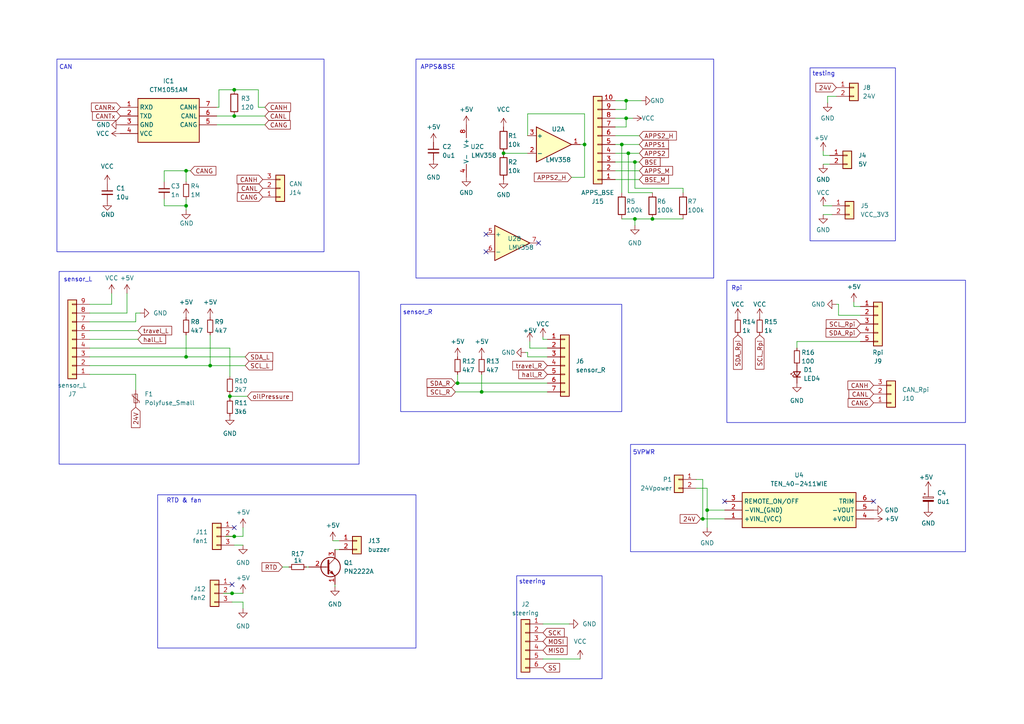
<source format=kicad_sch>
(kicad_sch (version 20230121) (generator eeschema)
  (paper "A4")
  (title_block (title "frontbox nucleo") (date "2023-08-08") (rev "1") (company "NTURacing") (comment 1 "this is legacy fron easyEDA"))
  (lib_symbols
    (symbol "Amplifier_Operational:LMV358" (pin_names (offset 0.127))
      (property "Reference" "U" (at 0 5.08 0))
      (property "Value" "LMV358" (at 0 -5.08 0))
      (symbol "LMV358_1_1"
        (polyline (pts (xy -5.08 5.08) (xy 5.08 0) (xy -5.08 -5.08) (xy -5.08 5.08)) (stroke (width 0.254)) (fill (type background)))
        (pin output line (at 7.62 0 180) (length 2.54) (name "~") (number "1"))
        (pin input line (at -7.62 -2.54 0) (length 2.54) (name "-") (number "2"))
        (pin input line (at -7.62 2.54 0) (length 2.54) (name "+") (number "3"))
      )
      (symbol "LMV358_2_1"
        (polyline (pts (xy -5.08 5.08) (xy 5.08 0) (xy -5.08 -5.08) (xy -5.08 5.08)) (stroke (width 0.254)) (fill (type background)))
        (pin input line (at -7.62 2.54 0) (length 2.54) (name "+") (number "5"))
        (pin input line (at -7.62 -2.54 0) (length 2.54) (name "-") (number "6"))
        (pin output line (at 7.62 0 180) (length 2.54) (name "~") (number "7"))
      )
      (symbol "LMV358_3_1"
        (pin power_in line (at -2.54 -7.62 90) (length 3.81) (name "V-") (number "4"))
        (pin power_in line (at -2.54 7.62 270) (length 3.81) (name "V+") (number "8"))
      )
    )
    (symbol "Conn_01x02_1" (pin_names (offset 1.016) hide)
      (property "Reference" "P1" (at 1.905 0 0))
      (property "Value" "24Vpower" (at 1.905 -2.54 0))
      (symbol "Conn_01x02_1_1_1"
        (rectangle (start -1.27 -2.413) (end 0 -2.667) (stroke (width 0.1524)))
        (rectangle (start -1.27 0.127) (end 0 -0.127) (stroke (width 0.1524)))
        (rectangle (start -1.27 1.27) (end 1.27 -3.81) (stroke (width 0.254)) (fill (type background)))
        (pin power_out line (at -5.08 0 0) (length 3.81) (name "Pin_1") (number "1"))
        (pin passive line (at -5.08 -2.54 0) (length 3.81) (name "Pin_2") (number "2"))
      )
    )
    (symbol "Connector_Generic:Conn_01x02" (pin_names (offset 1.016) hide)
      (property "Reference" "J" (at 0 2.54 0))
      (property "Value" "Conn_01x02" (at 0 -5.08 0))
      (symbol "Conn_01x02_1_1"
        (rectangle (start -1.27 -2.413) (end 0 -2.667) (stroke (width 0.1524)))
        (rectangle (start -1.27 0.127) (end 0 -0.127) (stroke (width 0.1524)))
        (rectangle (start -1.27 1.27) (end 1.27 -3.81) (stroke (width 0.254)) (fill (type background)))
        (pin passive line (at -5.08 0 0) (length 3.81) (name "Pin_1") (number "1"))
        (pin passive line (at -5.08 -2.54 0) (length 3.81) (name "Pin_2") (number "2"))
      )
    )
    (symbol "Connector_Generic:Conn_01x03" (pin_names (offset 1.016) hide)
      (property "Reference" "J" (at 0 5.08 0))
      (property "Value" "Conn_01x03" (at 0 -5.08 0))
      (symbol "Conn_01x03_1_1"
        (rectangle (start -1.27 -2.413) (end 0 -2.667) (stroke (width 0.1524)))
        (rectangle (start -1.27 0.127) (end 0 -0.127) (stroke (width 0.1524)))
        (rectangle (start -1.27 2.667) (end 0 2.413) (stroke (width 0.1524)))
        (rectangle (start -1.27 3.81) (end 1.27 -3.81) (stroke (width 0.254)) (fill (type background)))
        (pin passive line (at -5.08 2.54 0) (length 3.81) (name "Pin_1") (number "1"))
        (pin passive line (at -5.08 0 0) (length 3.81) (name "Pin_2") (number "2"))
        (pin passive line (at -5.08 -2.54 0) (length 3.81) (name "Pin_3") (number "3"))
      )
    )
    (symbol "Connector_Generic:Conn_01x05" (pin_names (offset 1.016) hide)
      (property "Reference" "J" (at 0 7.62 0))
      (property "Value" "Conn_01x05" (at 0 -7.62 0))
      (symbol "Conn_01x05_1_1"
        (rectangle (start -1.27 -4.953) (end 0 -5.207) (stroke (width 0.1524)))
        (rectangle (start -1.27 -2.413) (end 0 -2.667) (stroke (width 0.1524)))
        (rectangle (start -1.27 0.127) (end 0 -0.127) (stroke (width 0.1524)))
        (rectangle (start -1.27 2.667) (end 0 2.413) (stroke (width 0.1524)))
        (rectangle (start -1.27 5.207) (end 0 4.953) (stroke (width 0.1524)))
        (rectangle (start -1.27 6.35) (end 1.27 -6.35) (stroke (width 0.254)) (fill (type background)))
        (pin passive line (at -5.08 5.08 0) (length 3.81) (name "Pin_1") (number "1"))
        (pin passive line (at -5.08 2.54 0) (length 3.81) (name "Pin_2") (number "2"))
        (pin passive line (at -5.08 0 0) (length 3.81) (name "Pin_3") (number "3"))
        (pin passive line (at -5.08 -2.54 0) (length 3.81) (name "Pin_4") (number "4"))
        (pin passive line (at -5.08 -5.08 0) (length 3.81) (name "Pin_5") (number "5"))
      )
    )
    (symbol "Connector_Generic:Conn_01x06" (pin_names (offset 1.016) hide)
      (property "Reference" "J" (at 0 7.62 0))
      (property "Value" "Conn_01x06" (at 0 -10.16 0))
      (symbol "Conn_01x06_1_1"
        (rectangle (start -1.27 -7.493) (end 0 -7.747) (stroke (width 0.1524)))
        (rectangle (start -1.27 -4.953) (end 0 -5.207) (stroke (width 0.1524)))
        (rectangle (start -1.27 -2.413) (end 0 -2.667) (stroke (width 0.1524)))
        (rectangle (start -1.27 0.127) (end 0 -0.127) (stroke (width 0.1524)))
        (rectangle (start -1.27 2.667) (end 0 2.413) (stroke (width 0.1524)))
        (rectangle (start -1.27 5.207) (end 0 4.953) (stroke (width 0.1524)))
        (rectangle (start -1.27 6.35) (end 1.27 -8.89) (stroke (width 0.254)) (fill (type background)))
        (pin passive line (at -5.08 5.08 0) (length 3.81) (name "Pin_1") (number "1"))
        (pin passive line (at -5.08 2.54 0) (length 3.81) (name "Pin_2") (number "2"))
        (pin passive line (at -5.08 0 0) (length 3.81) (name "Pin_3") (number "3"))
        (pin passive line (at -5.08 -2.54 0) (length 3.81) (name "Pin_4") (number "4"))
        (pin passive line (at -5.08 -5.08 0) (length 3.81) (name "Pin_5") (number "5"))
        (pin passive line (at -5.08 -7.62 0) (length 3.81) (name "Pin_6") (number "6"))
      )
    )
    (symbol "Connector_Generic:Conn_01x07" (pin_names (offset 1.016) hide)
      (property "Reference" "J" (at 0 10.16 0))
      (property "Value" "Conn_01x07" (at 0 -10.16 0))
      (symbol "Conn_01x07_1_1"
        (rectangle (start -1.27 -7.493) (end 0 -7.747) (stroke (width 0.1524)))
        (rectangle (start -1.27 -4.953) (end 0 -5.207) (stroke (width 0.1524)))
        (rectangle (start -1.27 -2.413) (end 0 -2.667) (stroke (width 0.1524)))
        (rectangle (start -1.27 0.127) (end 0 -0.127) (stroke (width 0.1524)))
        (rectangle (start -1.27 2.667) (end 0 2.413) (stroke (width 0.1524)))
        (rectangle (start -1.27 5.207) (end 0 4.953) (stroke (width 0.1524)))
        (rectangle (start -1.27 7.747) (end 0 7.493) (stroke (width 0.1524)))
        (rectangle (start -1.27 8.89) (end 1.27 -8.89) (stroke (width 0.254)) (fill (type background)))
        (pin passive line (at -5.08 7.62 0) (length 3.81) (name "Pin_1") (number "1"))
        (pin passive line (at -5.08 5.08 0) (length 3.81) (name "Pin_2") (number "2"))
        (pin passive line (at -5.08 2.54 0) (length 3.81) (name "Pin_3") (number "3"))
        (pin passive line (at -5.08 0 0) (length 3.81) (name "Pin_4") (number "4"))
        (pin passive line (at -5.08 -2.54 0) (length 3.81) (name "Pin_5") (number "5"))
        (pin passive line (at -5.08 -5.08 0) (length 3.81) (name "Pin_6") (number "6"))
        (pin passive line (at -5.08 -7.62 0) (length 3.81) (name "Pin_7") (number "7"))
      )
    )
    (symbol "Connector_Generic:Conn_01x09" (pin_names (offset 1.016) hide)
      (property "Reference" "J" (at 0 12.7 0))
      (property "Value" "Conn_01x09" (at 0 -12.7 0))
      (symbol "Conn_01x09_1_1"
        (rectangle (start -1.27 -10.033) (end 0 -10.287) (stroke (width 0.1524)))
        (rectangle (start -1.27 -7.493) (end 0 -7.747) (stroke (width 0.1524)))
        (rectangle (start -1.27 -4.953) (end 0 -5.207) (stroke (width 0.1524)))
        (rectangle (start -1.27 -2.413) (end 0 -2.667) (stroke (width 0.1524)))
        (rectangle (start -1.27 0.127) (end 0 -0.127) (stroke (width 0.1524)))
        (rectangle (start -1.27 2.667) (end 0 2.413) (stroke (width 0.1524)))
        (rectangle (start -1.27 5.207) (end 0 4.953) (stroke (width 0.1524)))
        (rectangle (start -1.27 7.747) (end 0 7.493) (stroke (width 0.1524)))
        (rectangle (start -1.27 10.287) (end 0 10.033) (stroke (width 0.1524)))
        (rectangle (start -1.27 11.43) (end 1.27 -11.43) (stroke (width 0.254)) (fill (type background)))
        (pin passive line (at -5.08 10.16 0) (length 3.81) (name "Pin_1") (number "1"))
        (pin passive line (at -5.08 7.62 0) (length 3.81) (name "Pin_2") (number "2"))
        (pin passive line (at -5.08 5.08 0) (length 3.81) (name "Pin_3") (number "3"))
        (pin passive line (at -5.08 2.54 0) (length 3.81) (name "Pin_4") (number "4"))
        (pin passive line (at -5.08 0 0) (length 3.81) (name "Pin_5") (number "5"))
        (pin passive line (at -5.08 -2.54 0) (length 3.81) (name "Pin_6") (number "6"))
        (pin passive line (at -5.08 -5.08 0) (length 3.81) (name "Pin_7") (number "7"))
        (pin passive line (at -5.08 -7.62 0) (length 3.81) (name "Pin_8") (number "8"))
        (pin passive line (at -5.08 -10.16 0) (length 3.81) (name "Pin_9") (number "9"))
      )
    )
    (symbol "Connector_Generic:Conn_01x10" (pin_names (offset 1.016) hide)
      (property "Reference" "J" (at 0 12.7 0))
      (property "Value" "Conn_01x10" (at 0 -15.24 0))
      (symbol "Conn_01x10_1_1"
        (rectangle (start -1.27 -12.573) (end 0 -12.827) (stroke (width 0.1524)))
        (rectangle (start -1.27 -10.033) (end 0 -10.287) (stroke (width 0.1524)))
        (rectangle (start -1.27 -7.493) (end 0 -7.747) (stroke (width 0.1524)))
        (rectangle (start -1.27 -4.953) (end 0 -5.207) (stroke (width 0.1524)))
        (rectangle (start -1.27 -2.413) (end 0 -2.667) (stroke (width 0.1524)))
        (rectangle (start -1.27 0.127) (end 0 -0.127) (stroke (width 0.1524)))
        (rectangle (start -1.27 2.667) (end 0 2.413) (stroke (width 0.1524)))
        (rectangle (start -1.27 5.207) (end 0 4.953) (stroke (width 0.1524)))
        (rectangle (start -1.27 7.747) (end 0 7.493) (stroke (width 0.1524)))
        (rectangle (start -1.27 10.287) (end 0 10.033) (stroke (width 0.1524)))
        (rectangle (start -1.27 11.43) (end 1.27 -13.97) (stroke (width 0.254)) (fill (type background)))
        (pin passive line (at -5.08 10.16 0) (length 3.81) (name "Pin_1") (number "1"))
        (pin passive line (at -5.08 -12.7 0) (length 3.81) (name "Pin_10") (number "10"))
        (pin passive line (at -5.08 7.62 0) (length 3.81) (name "Pin_2") (number "2"))
        (pin passive line (at -5.08 5.08 0) (length 3.81) (name "Pin_3") (number "3"))
        (pin passive line (at -5.08 2.54 0) (length 3.81) (name "Pin_4") (number "4"))
        (pin passive line (at -5.08 0 0) (length 3.81) (name "Pin_5") (number "5"))
        (pin passive line (at -5.08 -2.54 0) (length 3.81) (name "Pin_6") (number "6"))
        (pin passive line (at -5.08 -5.08 0) (length 3.81) (name "Pin_7") (number "7"))
        (pin passive line (at -5.08 -7.62 0) (length 3.81) (name "Pin_8") (number "8"))
        (pin passive line (at -5.08 -10.16 0) (length 3.81) (name "Pin_9") (number "9"))
      )
    )
    (symbol "Device:C_Polarized_Small" (pin_numbers hide) (pin_names (offset 0.254) hide)
      (property "Reference" "C" (at 0.254 1.778 0))
      (property "Value" "C_Polarized_Small" (at 0.254 -2.032 0))
      (symbol "C_Polarized_Small_0_1"
        (rectangle (start -1.524 -0.3048) (end 1.524 -0.6858) (fill (type outline)))
        (rectangle (start -1.524 0.6858) (end 1.524 0.3048))
        (polyline (pts (xy -1.27 1.524) (xy -0.762 1.524)))
        (polyline (pts (xy -1.016 1.27) (xy -1.016 1.778)))
      )
      (symbol "C_Polarized_Small_1_1"
        (pin passive line (at 0 2.54 270) (length 1.8542) (name "~") (number "1"))
        (pin passive line (at 0 -2.54 90) (length 1.8542) (name "~") (number "2"))
      )
    )
    (symbol "Device:C_Small" (pin_numbers hide) (pin_names (offset 0.254) hide)
      (property "Reference" "C" (at 0.254 1.778 0))
      (property "Value" "C_Small" (at 0.254 -2.032 0))
      (symbol "C_Small_0_1"
        (polyline (pts (xy -1.524 -0.508) (xy 1.524 -0.508)) (stroke (width 0.3302)))
        (polyline (pts (xy -1.524 0.508) (xy 1.524 0.508)) (stroke (width 0.3048)))
      )
      (symbol "C_Small_1_1"
        (pin passive line (at 0 2.54 270) (length 2.032) (name "~") (number "1"))
        (pin passive line (at 0 -2.54 90) (length 2.032) (name "~") (number "2"))
      )
    )
    (symbol "Device:LED_Small" (pin_numbers hide) (pin_names (offset 0.254) hide)
      (property "Reference" "D" (at -1.27 3.175 0))
      (property "Value" "LED_Small" (at -4.445 -2.54 0))
      (symbol "LED_Small_0_1"
        (polyline (pts (xy -0.762 -1.016) (xy -0.762 1.016)) (stroke (width 0.254)))
        (polyline (pts (xy 1.016 0) (xy -0.762 0)))
        (polyline (pts (xy 0.762 -1.016) (xy -0.762 0) (xy 0.762 1.016) (xy 0.762 -1.016)) (stroke (width 0.254)))
        (polyline (pts (xy 0 0.762) (xy -0.508 1.27) (xy -0.254 1.27) (xy -0.508 1.27) (xy -0.508 1.016)))
        (polyline (pts (xy 0.508 1.27) (xy 0 1.778) (xy 0.254 1.778) (xy 0 1.778) (xy 0 1.524)))
      )
      (symbol "LED_Small_1_1"
        (pin passive line (at -2.54 0 0) (length 1.778) (name "K") (number "1"))
        (pin passive line (at 2.54 0 180) (length 1.778) (name "A") (number "2"))
      )
    )
    (symbol "Device:Polyfuse_Small" (pin_numbers hide) (pin_names (offset 0))
      (property "Reference" "F" (at -1.905 0 90))
      (property "Value" "Polyfuse_Small" (at 1.905 0 90))
      (symbol "Polyfuse_Small_0_1"
        (rectangle (start -0.508 1.27) (end 0.508 -1.27))
        (polyline (pts (xy 0 2.54) (xy 0 -2.54)))
        (polyline (pts (xy -1.016 1.27) (xy -1.016 0.762) (xy 1.016 -0.762) (xy 1.016 -1.27)))
      )
      (symbol "Polyfuse_Small_1_1"
        (pin passive line (at 0 2.54 270) (length 0.635) (name "~") (number "1"))
        (pin passive line (at 0 -2.54 90) (length 0.635) (name "~") (number "2"))
      )
    )
    (symbol "Device:R" (pin_numbers hide) (pin_names (offset 0))
      (property "Reference" "R" (at 2.032 0 90))
      (property "Value" "R" (at 0 0 90))
      (symbol "R_0_1"
        (rectangle (start -1.016 -2.54) (end 1.016 2.54) (stroke (width 0.254)))
      )
      (symbol "R_1_1"
        (pin passive line (at 0 3.81 270) (length 1.27) (name "~") (number "1"))
        (pin passive line (at 0 -3.81 90) (length 1.27) (name "~") (number "2"))
      )
    )
    (symbol "Device:R_Small" (pin_numbers hide) (pin_names (offset 0.254) hide)
      (property "Reference" "R" (at 0.762 0.508 0))
      (property "Value" "R_Small" (at 0.762 -1.016 0))
      (symbol "R_Small_0_1"
        (rectangle (start -0.762 1.778) (end 0.762 -1.778) (stroke (width 0.2032)))
      )
      (symbol "R_Small_1_1"
        (pin passive line (at 0 2.54 270) (length 0.762) (name "~") (number "1"))
        (pin passive line (at 0 -2.54 90) (length 0.762) (name "~") (number "2"))
      )
    )
    (symbol "SamacSys_Parts:CTM1051AM"
      (property "Reference" "IC" (at 24.13 7.62 0))
      (property "Value" "CTM1051AM" (at 24.13 5.08 0))
      (symbol "CTM1051AM_1_1"
        (rectangle (start 5.08 2.54) (end 22.86 -10.16) (stroke (width 0.254)) (fill (type background)))
        (pin passive line (at 0 0 0) (length 5.08) (name "RXD") (number "1"))
        (pin passive line (at 0 -2.54 0) (length 5.08) (name "TXD") (number "2"))
        (pin passive line (at 0 -5.08 0) (length 5.08) (name "GND") (number "3"))
        (pin passive line (at 0 -7.62 0) (length 5.08) (name "VCC") (number "4"))
        (pin passive line (at 27.94 -5.08 180) (length 5.08) (name "CANG") (number "5"))
        (pin passive line (at 27.94 -2.54 180) (length 5.08) (name "CANL") (number "6"))
        (pin passive line (at 27.94 0 180) (length 5.08) (name "CANH") (number "7"))
      )
    )
    (symbol "SamacSys_Parts:TEN_40-2411WIE"
      (property "Reference" "PS" (at 39.37 7.62 0))
      (property "Value" "TEN_40-2411WIE" (at 39.37 5.08 0))
      (symbol "TEN_40-2411WIE_1_1"
        (rectangle (start 5.08 2.54) (end 38.1 -7.62) (stroke (width 0.254)) (fill (type background)))
        (pin passive line (at 0 -5.08 0) (length 5.08) (name "+VIN_(VCC)") (number "1"))
        (pin passive line (at 0 -2.54 0) (length 5.08) (name "-VIN_(GND)") (number "2"))
        (pin passive line (at 0 0 0) (length 5.08) (name "REMOTE_ON/OFF") (number "3"))
        (pin passive line (at 43.18 -5.08 180) (length 5.08) (name "+VOUT") (number "4"))
        (pin passive line (at 43.18 -2.54 180) (length 5.08) (name "-VOUT") (number "5"))
        (pin passive line (at 43.18 0 180) (length 5.08) (name "TRIM") (number "6"))
      )
    )
    (symbol "Transistor_BJT:PN2222A" (pin_names (offset 0) hide)
      (property "Reference" "Q" (at 5.08 1.905 0))
      (property "Value" "PN2222A" (at 5.08 0 0))
      (symbol "PN2222A_0_1"
        (polyline (pts (xy 0 0) (xy 0.635 0)))
        (polyline (pts (xy 2.54 -2.54) (xy 0.635 -0.635)))
        (polyline (pts (xy 2.54 2.54) (xy 0.635 0.635)))
        (polyline (pts (xy 0.635 1.905) (xy 0.635 -1.905) (xy 0.635 -1.905)) (stroke (width 0.508)))
        (polyline (pts (xy 2.413 -2.413) (xy 1.905 -1.905) (xy 1.905 -1.905)))
        (polyline (pts (xy 1.143 -1.651) (xy 1.651 -1.143) (xy 2.159 -2.159) (xy 1.143 -1.651) (xy 1.143 -1.651)) (fill (type outline)))
        (circle (center 1.27 0) (radius 2.8194) (stroke (width 0.254)))
      )
      (symbol "PN2222A_1_1"
        (pin passive line (at 2.54 -5.08 90) (length 2.54) (name "E") (number "1"))
        (pin input line (at -5.08 0 0) (length 5.08) (name "B") (number "2"))
        (pin passive line (at 2.54 5.08 270) (length 2.54) (name "C") (number "3"))
      )
    )
    (symbol "power:+5V" (power) (pin_names (offset 0))
      (property "Value" "+5V" (at 0 3.556 0))
      (symbol "+5V_0_1"
        (polyline (pts (xy -0.762 1.27) (xy 0 2.54)))
        (polyline (pts (xy 0 0) (xy 0 2.54)))
        (polyline (pts (xy 0 2.54) (xy 0.762 1.27)))
      )
      (symbol "+5V_1_1"
        (pin power_in line (at 0 0 90) (length 0) hide (name "+5V") (number "1"))
      )
    )
    (symbol "power:GND" (power) (pin_names (offset 0))
      (property "Value" "GND" (at 0 -3.81 0))
      (symbol "GND_0_1"
        (polyline (pts (xy 0 0) (xy 0 -1.27) (xy 1.27 -1.27) (xy 0 -2.54) (xy -1.27 -1.27) (xy 0 -1.27)))
      )
      (symbol "GND_1_1"
        (pin power_in line (at 0 0 270) (length 0) hide (name "GND") (number "1"))
      )
    )
    (symbol "power:VCC" (power) (pin_names (offset 0))
      (property "Value" "VCC" (at 0 3.81 0))
      (symbol "VCC_0_1"
        (polyline (pts (xy -0.762 1.27) (xy 0 2.54)))
        (polyline (pts (xy 0 0) (xy 0 2.54)))
        (polyline (pts (xy 0 2.54) (xy 0.762 1.27)))
      )
      (symbol "VCC_1_1"
        (pin power_in line (at 0 0 90) (length 0) hide (name "VCC") (number "1"))
      )
    )
  )
  (junction (at 203.835 150.495))
  (junction (at 181.61 34.29))
  (junction (at 53.975 59.69))
  (junction (at 205.105 147.955))
  (junction (at 67.945 26.035))
  (junction (at 184.15 63.5))
  (junction (at 60.96 106.045))
  (junction (at 182.245 44.45))
  (junction (at 169.545 41.91))
  (junction (at 53.975 103.505))
  (junction (at 184.15 46.99))
  (junction (at 146.05 44.45))
  (junction (at 66.675 114.935))
  (junction (at 67.31 172.085))
  (junction (at 67.945 155.575))
  (junction (at 189.23 63.5))
  (junction (at 67.945 33.655))
  (junction (at 181.61 29.21))
  (junction (at 180.34 41.91))
  (junction (at 53.975 49.53))
  (junction (at 139.7 113.665))
  (junction (at 132.715 111.125))
  (no_connect (at 140.97 73.025))
  (no_connect (at 67.31 169.545))
  (no_connect (at 67.945 153.035))
  (no_connect (at 253.365 145.415))
  (no_connect (at 140.97 67.945))
  (no_connect (at 156.21 70.485))
  (no_connect (at 210.185 145.415))
  (wire (pts (xy 39.37 93.345) (xy 26.035 93.345)))
  (wire (pts (xy 169.545 51.435) (xy 169.545 41.91)))
  (wire (pts (xy 180.34 63.5) (xy 184.15 63.5)))
  (wire (pts (xy 238.76 45.085) (xy 238.76 43.815)))
  (wire (pts (xy 65.405 155.575) (xy 67.945 155.575)))
  (wire (pts (xy 184.15 46.99) (xy 185.42 46.99)))
  (wire (pts (xy 238.76 62.23) (xy 241.3 62.23)))
  (wire (pts (xy 139.7 113.665) (xy 158.75 113.665)))
  (wire (pts (xy 181.61 31.75) (xy 181.61 29.21)))
  (wire (pts (xy 153.035 103.505) (xy 158.75 103.505)))
  (wire (pts (xy 97.155 159.385) (xy 98.425 159.385)))
  (wire (pts (xy 231.14 99.06) (xy 231.14 100.965)))
  (wire (pts (xy 63.5 26.035) (xy 63.5 31.115)))
  (wire (pts (xy 39.37 90.805) (xy 39.37 93.345)))
  (wire (pts (xy 55.245 49.53) (xy 53.975 49.53)))
  (wire (pts (xy 240.665 45.085) (xy 238.76 45.085)))
  (wire (pts (xy 240.665 47.625) (xy 238.76 47.625)))
  (wire (pts (xy 157.48 180.975) (xy 165.1 180.975)))
  (wire (pts (xy 66.675 100.965) (xy 66.675 109.22)))
  (wire (pts (xy 178.435 49.53) (xy 185.42 49.53)))
  (wire (pts (xy 36.83 90.805) (xy 26.035 90.805)))
  (wire (pts (xy 53.975 103.505) (xy 71.12 103.505)))
  (wire (pts (xy 183.515 34.29) (xy 181.61 34.29)))
  (wire (pts (xy 184.15 54.61) (xy 198.12 54.61)))
  (wire (pts (xy 184.15 63.5) (xy 189.23 63.5)))
  (wire (pts (xy 238.76 59.69) (xy 241.3 59.69)))
  (wire (pts (xy 64.77 172.085) (xy 67.31 172.085)))
  (wire (pts (xy 53.975 57.785) (xy 53.975 59.69)))
  (wire (pts (xy 32.385 85.09) (xy 32.385 88.265)))
  (wire (pts (xy 70.485 174.625) (xy 70.485 176.53)))
  (wire (pts (xy 67.945 33.655) (xy 76.835 33.655)))
  (wire (pts (xy 178.435 39.37) (xy 185.42 39.37)))
  (wire (pts (xy 153.035 102.235) (xy 153.035 103.505)))
  (wire (pts (xy 139.7 108.585) (xy 139.7 113.665)))
  (wire (pts (xy 53.975 49.53) (xy 53.975 52.705)))
  (wire (pts (xy 201.93 141.605) (xy 205.105 141.605)))
  (wire (pts (xy 210.185 147.955) (xy 205.105 147.955)))
  (wire (pts (xy 182.245 44.45) (xy 182.245 55.88)))
  (wire (pts (xy 70.485 153.035) (xy 70.485 155.575)))
  (wire (pts (xy 47.625 57.785) (xy 47.625 59.69)))
  (wire (pts (xy 62.865 36.195) (xy 76.835 36.195)))
  (wire (pts (xy 26.035 95.885) (xy 40.005 95.885)))
  (wire (pts (xy 157.48 98.425) (xy 158.75 98.425)))
  (wire (pts (xy 67.945 158.115) (xy 70.485 158.115)))
  (wire (pts (xy 169.545 33.02) (xy 169.545 41.91)))
  (wire (pts (xy 178.435 36.83) (xy 181.61 36.83)))
  (wire (pts (xy 81.915 164.465) (xy 83.82 164.465)))
  (wire (pts (xy 184.15 46.99) (xy 184.15 54.61)))
  (wire (pts (xy 71.755 114.935) (xy 66.675 114.935)))
  (wire (pts (xy 132.08 111.125) (xy 132.715 111.125)))
  (wire (pts (xy 168.275 41.91) (xy 169.545 41.91)))
  (wire (pts (xy 157.48 98.425) (xy 157.48 97.79)))
  (wire (pts (xy 243.205 91.44) (xy 249.555 91.44)))
  (wire (pts (xy 247.65 88.9) (xy 247.65 87.63)))
  (wire (pts (xy 169.545 51.435) (xy 165.735 51.435)))
  (wire (pts (xy 178.435 41.91) (xy 180.34 41.91)))
  (wire (pts (xy 240.03 27.94) (xy 240.03 29.845)))
  (wire (pts (xy 97.155 170.18) (xy 97.155 169.545)))
  (wire (pts (xy 32.385 88.265) (xy 26.035 88.265)))
  (wire (pts (xy 96.52 156.845) (xy 98.425 156.845)))
  (wire (pts (xy 132.715 108.585) (xy 132.715 111.125)))
  (wire (pts (xy 40.005 98.425) (xy 26.035 98.425)))
  (wire (pts (xy 66.675 114.3) (xy 66.675 114.935)))
  (wire (pts (xy 198.12 54.61) (xy 198.12 55.88)))
  (wire (pts (xy 26.035 103.505) (xy 53.975 103.505)))
  (wire (pts (xy 53.975 97.155) (xy 53.975 103.505)))
  (wire (pts (xy 231.14 99.06) (xy 249.555 99.06)))
  (wire (pts (xy 71.12 106.045) (xy 60.96 106.045)))
  (wire (pts (xy 181.61 29.21) (xy 186.055 29.21)))
  (wire (pts (xy 178.435 44.45) (xy 182.245 44.45)))
  (wire (pts (xy 39.37 90.805) (xy 40.64 90.805)))
  (wire (pts (xy 180.34 41.91) (xy 185.42 41.91)))
  (wire (pts (xy 178.435 46.99) (xy 184.15 46.99)))
  (wire (pts (xy 39.37 113.03) (xy 39.37 108.585)))
  (wire (pts (xy 63.5 31.115) (xy 62.865 31.115)))
  (wire (pts (xy 60.96 106.045) (xy 26.035 106.045)))
  (wire (pts (xy 26.035 100.965) (xy 66.675 100.965)))
  (wire (pts (xy 152.4 102.235) (xy 153.035 102.235)))
  (wire (pts (xy 178.435 29.21) (xy 181.61 29.21)))
  (wire (pts (xy 153.67 100.965) (xy 158.75 100.965)))
  (wire (pts (xy 74.93 31.115) (xy 76.835 31.115)))
  (wire (pts (xy 242.57 88.265) (xy 243.205 88.265)))
  (wire (pts (xy 181.61 36.83) (xy 181.61 34.29)))
  (wire (pts (xy 132.08 113.665) (xy 139.7 113.665)))
  (wire (pts (xy 182.245 44.45) (xy 185.42 44.45)))
  (wire (pts (xy 243.205 88.265) (xy 243.205 91.44)))
  (wire (pts (xy 182.245 55.88) (xy 189.23 55.88)))
  (wire (pts (xy 203.835 139.065) (xy 203.835 150.495)))
  (wire (pts (xy 88.9 164.465) (xy 89.535 164.465)))
  (wire (pts (xy 53.975 59.69) (xy 53.975 60.96)))
  (wire (pts (xy 178.435 52.07) (xy 185.42 52.07)))
  (wire (pts (xy 240.03 27.94) (xy 242.57 27.94)))
  (wire (pts (xy 203.2 150.495) (xy 203.835 150.495)))
  (wire (pts (xy 168.275 191.135) (xy 157.48 191.135)))
  (wire (pts (xy 67.31 174.625) (xy 70.485 174.625)))
  (wire (pts (xy 62.865 33.655) (xy 67.945 33.655)))
  (wire (pts (xy 74.93 31.115) (xy 74.93 26.035)))
  (wire (pts (xy 153.035 39.37) (xy 153.035 33.02)))
  (wire (pts (xy 63.5 26.035) (xy 67.945 26.035)))
  (wire (pts (xy 66.675 114.935) (xy 66.675 115.57)))
  (wire (pts (xy 178.435 34.29) (xy 181.61 34.29)))
  (wire (pts (xy 67.945 155.575) (xy 70.485 155.575)))
  (wire (pts (xy 205.105 147.955) (xy 205.105 153.035)))
  (wire (pts (xy 201.93 139.065) (xy 203.835 139.065)))
  (wire (pts (xy 153.67 99.06) (xy 153.67 100.965)))
  (wire (pts (xy 189.23 63.5) (xy 198.12 63.5)))
  (wire (pts (xy 47.625 59.69) (xy 53.975 59.69)))
  (wire (pts (xy 178.435 31.75) (xy 181.61 31.75)))
  (wire (pts (xy 205.105 141.605) (xy 205.105 147.955)))
  (wire (pts (xy 67.31 172.085) (xy 70.485 172.085)))
  (wire (pts (xy 74.93 26.035) (xy 67.945 26.035)))
  (wire (pts (xy 47.625 49.53) (xy 47.625 52.705)))
  (wire (pts (xy 53.975 49.53) (xy 47.625 49.53)))
  (wire (pts (xy 153.035 33.02) (xy 169.545 33.02)))
  (wire (pts (xy 146.05 44.45) (xy 153.035 44.45)))
  (wire (pts (xy 184.15 65.405) (xy 184.15 63.5)))
  (wire (pts (xy 180.34 41.91) (xy 180.34 55.88)))
  (wire (pts (xy 132.715 111.125) (xy 158.75 111.125)))
  (wire (pts (xy 249.555 88.9) (xy 247.65 88.9)))
  (wire (pts (xy 36.83 85.09) (xy 36.83 90.805)))
  (wire (pts (xy 60.96 97.155) (xy 60.96 106.045)))
  (wire (pts (xy 203.835 150.495) (xy 210.185 150.495)))
  (wire (pts (xy 26.035 108.585) (xy 39.37 108.585)))
  (rectangle (start 210.82 81.28) (end 280.035 122.555))
  (rectangle (start 182.88 128.905) (end 280.035 160.02))
  (rectangle (start 149.86 167.005) (end 174.625 196.85))
  (rectangle (start 17.145 78.74) (end 104.14 134.62))
  (rectangle (start 116.205 88.265) (end 180.34 119.38))
  (rectangle (start 234.95 19.685) (end 259.715 69.85))
  (rectangle (start 45.72 143.51) (end 120.65 187.96))
  (rectangle (start 120.65 17.145) (end 207.01 80.645))
  (rectangle (start 16.51 17.145) (end 93.98 73.025))
  (text "steering\n" (at 150.495 169.545 0) (effects (font (size 1.27 1.27)) (justify left bottom)))
  (text "CAN\n" (at 17.145 20.32 0) (effects (font (size 1.27 1.27)) (justify left bottom)))
  (text "sensor_R\n" (at 116.84 91.44 0) (effects (font (size 1.27 1.27)) (justify left bottom)))
  (text "RTD & fan" (at 48.26 146.05 0) (effects (font (size 1.27 1.27)) (justify left bottom)))
  (text "Rpi" (at 212.09 84.455 0) (effects (font (size 1.27 1.27)) (justify left bottom)))
  (text "testing" (at 235.585 22.225 0) (effects (font (size 1.27 1.27)) (justify left bottom)))
  (text "5VPWR\n" (at 183.515 132.08 0) (effects (font (size 1.27 1.27)) (justify left bottom)))
  (text "APPS&BSE" (at 121.92 20.32 0) (effects (font (size 1.27 1.27)) (justify left bottom)))
  (text "sensor_L\n" (at 18.415 81.915 0) (effects (font (size 1.27 1.27)) (justify left bottom)))
  (global_label "BSE" (shape input) (at 185.42 46.99 0) (property "Intersheetrefs" "${INTERSHEET_REFS}" (effects hide)))
  (global_label "24V" (shape input) (at 242.57 25.4 180) (property "Intersheetrefs" "${INTERSHEET_REFS}" (effects hide)))
  (global_label "24V" (shape input) (at 203.2 150.495 180) (property "Intersheetrefs" "${INTERSHEET_REFS}" (effects hide)))
  (global_label "SDA_R" (shape input) (at 132.08 111.125 180) (property "Intersheetrefs" "${INTERSHEET_REFS}" (effects hide)))
  (global_label "APPS1" (shape input) (at 185.42 41.91 0) (property "Intersheetrefs" "${INTERSHEET_REFS}" (effects hide)))
  (global_label "CANG" (shape input) (at 76.2 57.15 180) (property "Intersheetrefs" "${INTERSHEET_REFS}" (effects hide)))
  (global_label "SCL_L" (shape input) (at 71.12 106.045 0) (property "Intersheetrefs" "${INTERSHEET_REFS}" (effects hide)))
  (global_label "CANL" (shape input) (at 253.365 114.3 180) (property "Intersheetrefs" "${INTERSHEET_REFS}" (effects hide)))
  (global_label "hall_L" (shape input) (at 40.005 98.425 0) (property "Intersheetrefs" "${INTERSHEET_REFS}" (effects hide)))
  (global_label "SDA_Rpi" (shape input) (at 249.555 96.52 180) (property "Intersheetrefs" "${INTERSHEET_REFS}" (effects hide)))
  (global_label "SCL_R" (shape input) (at 132.08 113.665 180) (property "Intersheetrefs" "${INTERSHEET_REFS}" (effects hide)))
  (global_label "SS" (shape input) (at 157.48 193.675 0) (property "Intersheetrefs" "${INTERSHEET_REFS}" (effects hide)))
  (global_label "CANG" (shape input) (at 76.835 36.195 0) (property "Intersheetrefs" "${INTERSHEET_REFS}" (effects hide)))
  (global_label "CANH" (shape input) (at 76.2 52.07 180) (property "Intersheetrefs" "${INTERSHEET_REFS}" (effects hide)))
  (global_label "24V" (shape input) (at 39.37 118.11 270) (property "Intersheetrefs" "${INTERSHEET_REFS}" (effects hide)))
  (global_label "APPS_M" (shape input) (at 185.42 49.53 0) (property "Intersheetrefs" "${INTERSHEET_REFS}" (effects hide)))
  (global_label "CANH" (shape input) (at 76.835 31.115 0) (property "Intersheetrefs" "${INTERSHEET_REFS}" (effects hide)))
  (global_label "MOSI" (shape input) (at 157.48 186.055 0) (property "Intersheetrefs" "${INTERSHEET_REFS}" (effects hide)))
  (global_label "APPS2_H" (shape input) (at 185.42 39.37 0) (property "Intersheetrefs" "${INTERSHEET_REFS}" (effects hide)))
  (global_label "CANL" (shape input) (at 76.835 33.655 0) (property "Intersheetrefs" "${INTERSHEET_REFS}" (effects hide)))
  (global_label "travel_L" (shape input) (at 40.005 95.885 0) (property "Intersheetrefs" "${INTERSHEET_REFS}" (effects hide)))
  (global_label "BSE_M" (shape input) (at 185.42 52.07 0) (property "Intersheetrefs" "${INTERSHEET_REFS}" (effects hide)))
  (global_label "oilPressure" (shape input) (at 71.755 114.935 0) (property "Intersheetrefs" "${INTERSHEET_REFS}" (effects hide)))
  (global_label "SDA_L" (shape input) (at 71.12 103.505 0) (property "Intersheetrefs" "${INTERSHEET_REFS}" (effects hide)))
  (global_label "CANG" (shape input) (at 55.245 49.53 0) (property "Intersheetrefs" "${INTERSHEET_REFS}" (effects hide)))
  (global_label "MISO" (shape input) (at 157.48 188.595 0) (property "Intersheetrefs" "${INTERSHEET_REFS}" (effects hide)))
  (global_label "SCK" (shape input) (at 157.48 183.515 0) (property "Intersheetrefs" "${INTERSHEET_REFS}" (effects hide)))
  (global_label "travel_R" (shape input) (at 158.75 106.045 180) (property "Intersheetrefs" "${INTERSHEET_REFS}" (effects hide)))
  (global_label "APPS2_H" (shape input) (at 165.735 51.435 180) (property "Intersheetrefs" "${INTERSHEET_REFS}" (effects hide)))
  (global_label "CANH" (shape input) (at 253.365 111.76 180) (property "Intersheetrefs" "${INTERSHEET_REFS}" (effects hide)))
  (global_label "CANL" (shape input) (at 76.2 54.61 180) (property "Intersheetrefs" "${INTERSHEET_REFS}" (effects hide)))
  (global_label "APPS2" (shape input) (at 185.42 44.45 0) (property "Intersheetrefs" "${INTERSHEET_REFS}" (effects hide)))
  (global_label "SCL_Rpi" (shape input) (at 220.345 97.155 270) (property "Intersheetrefs" "${INTERSHEET_REFS}" (effects hide)))
  (global_label "CANRx" (shape input) (at 34.925 31.115 180) (property "Intersheetrefs" "${INTERSHEET_REFS}" (effects hide)))
  (global_label "SCL_Rpi" (shape input) (at 249.555 93.98 180) (property "Intersheetrefs" "${INTERSHEET_REFS}" (effects hide)))
  (global_label "SDA_Rpi" (shape input) (at 213.995 97.155 270) (property "Intersheetrefs" "${INTERSHEET_REFS}" (effects hide)))
  (global_label "RTD" (shape input) (at 81.915 164.465 180) (property "Intersheetrefs" "${INTERSHEET_REFS}" (effects hide)))
  (global_label "CANTx" (shape input) (at 34.925 33.655 180) (property "Intersheetrefs" "${INTERSHEET_REFS}" (effects hide)))
  (global_label "CANG" (shape input) (at 253.365 116.84 180) (property "Intersheetrefs" "${INTERSHEET_REFS}" (effects hide)))
  (global_label "hall_R" (shape input) (at 158.75 108.585 180) (property "Intersheetrefs" "${INTERSHEET_REFS}" (effects hide)))
  (symbol (lib_id "power:VCC") (at 168.275 191.135 0) (unit 1)
    (property "Reference" "#PWR011" (effects hide))
    (property "Value" "VCC" (at 168.275 186.055 0))
  )
  (symbol (lib_id "power:GND") (at 238.76 47.625 0) (unit 1)
    (property "Reference" "#PWR051" (effects hide))
    (property "Value" "GND" (at 238.76 52.07 0))
  )
  (symbol (lib_id "power:VCC") (at 183.515 34.29 270) (unit 1)
    (property "Reference" "#PWR019" (effects hide))
    (property "Value" "VCC" (at 186.055 34.29 90) (effects (justify left)))
  )
  (symbol (lib_id "power:+5V") (at 70.485 153.035 0) (unit 1)
    (property "Reference" "#PWR047" (effects hide))
    (property "Value" "+5V" (at 70.485 148.59 0))
  )
  (symbol (lib_id "Amplifier_Operational:LMV358") (at 137.795 43.815 0) (unit 3)
    (property "Reference" "U2" (at 138.43 42.545 0))
    (property "Value" "LMV358" (at 140.335 45.085 0))
    (property "Footprint" "Package_SO:SOIC-8_3.9x4.9mm_P1.27mm" (effects hide))
    (property "Datasheet" "http://www.ti.com/lit/ds/symlink/lmv324.pdf" (effects hide))
  )
  (symbol (lib_id "Connector_Generic:Conn_01x10") (at 173.355 41.91 180) (unit 1)
    (property "Reference" "J15" (at 173.355 58.42 0))
    (property "Value" "APPS_BSE" (at 173.355 55.88 0))
    (property "Footprint" "Connector_JST:JST_XH_B10B-XH-A_1x10_P2.50mm_Vertical" (effects hide))
  )
  (symbol (lib_id "power:+5V") (at 247.65 87.63 0) (unit 1)
    (property "Reference" "#PWR042" (effects hide))
    (property "Value" "+5V" (at 247.65 83.185 0))
  )
  (symbol (lib_id "Device:R_Small") (at 66.675 111.76 0) (unit 1)
    (property "Reference" "R10" (at 67.945 110.49 0) (effects (justify left)))
    (property "Value" "2k7" (at 67.945 113.03 0) (effects (justify left)))
    (property "Footprint" "Resistor_SMD:R_0603_1608Metric" (effects hide))
  )
  (symbol (lib_id "power:+5V") (at 125.73 41.275 0) (unit 1)
    (property "Reference" "#PWR016" (effects hide))
    (property "Value" "+5V" (at 125.73 36.83 0))
  )
  (symbol (lib_id "power:+5V") (at 139.7 103.505 0) (unit 1)
    (property "Reference" "#PWR039" (effects hide))
    (property "Value" "+5V" (at 139.7 99.06 0))
  )
  (symbol (lib_id "Connector_Generic:Conn_01x02") (at 103.505 156.845 0) (unit 1)
    (property "Reference" "J13" (at 106.68 156.845 0) (effects (justify left)))
    (property "Value" "buzzer" (at 106.68 159.385 0) (effects (justify left)))
    (property "Footprint" "Connector_JST:JST_XH_B2B-XH-A_1x02_P2.50mm_Vertical" (effects hide))
  )
  (symbol (lib_id "Device:R_Small") (at 53.975 94.615 0) (unit 1)
    (property "Reference" "R8" (at 55.245 93.345 0) (effects (justify left)))
    (property "Value" "4k7" (at 55.245 95.885 0) (effects (justify left)))
    (property "Footprint" "Resistor_SMD:R_0603_1608Metric" (effects hide))
  )
  (symbol (lib_id "power:+5V") (at 70.485 172.085 0) (unit 1)
    (property "Reference" "#PWR052" (effects hide))
    (property "Value" "+5V" (at 70.485 167.64 0))
  )
  (symbol (lib_id "Device:R_Small") (at 220.345 94.615 0) (unit 1)
    (property "Reference" "R15" (at 221.615 93.345 0) (effects (justify left)))
    (property "Value" "1k" (at 221.615 95.885 0) (effects (justify left)))
    (property "Footprint" "Resistor_SMD:R_0603_1608Metric" (effects hide))
  )
  (symbol (lib_id "Device:R_Small") (at 132.715 106.045 0) (unit 1)
    (property "Reference" "R12" (at 133.985 104.775 0) (effects (justify left)))
    (property "Value" "4k7" (at 133.985 107.315 0) (effects (justify left)))
    (property "Footprint" "Resistor_SMD:R_0603_1608Metric" (effects hide))
  )
  (symbol (lib_id "power:+5V") (at 36.83 85.09 0) (unit 1)
    (property "Reference" "#PWR028" (effects hide))
    (property "Value" "+5V" (at 36.83 80.645 0))
  )
  (symbol (lib_id "Connector_Generic:Conn_01x03") (at 258.445 114.3 0) (mirror x) (unit 1)
    (property "Reference" "J10" (at 261.62 115.57 0) (effects (justify left)))
    (property "Value" "CAN_Rpi" (at 261.62 113.03 0) (effects (justify left)))
    (property "Footprint" "Connector_JST:JST_XH_S3B-XH-A-1_1x03_P2.50mm_Horizontal" (effects hide))
  )
  (symbol (lib_id "Transistor_BJT:PN2222A") (at 94.615 164.465 0) (unit 1)
    (property "Reference" "Q1" (at 99.695 163.195 0) (effects (justify left)))
    (property "Value" "PN2222A" (at 99.695 165.735 0) (effects (justify left)))
    (property "Footprint" "Package_TO_SOT_THT:TO-92_Inline" (effects hide))
    (property "Datasheet" "https://www.onsemi.com/pub/Collateral/PN2222-D.PDF" (effects hide))
  )
  (symbol (lib_id "Device:C_Small") (at 47.625 55.245 0) (unit 1)
    (property "Reference" "C3" (at 49.53 53.975 0) (effects (justify left)))
    (property "Value" "1n" (at 49.53 56.515 0) (effects (justify left)))
    (property "Footprint" "Capacitor_THT:C_Disc_D5.0mm_W2.5mm_P5.00mm" (effects hide))
  )
  (symbol (lib_id "Connector_Generic:Conn_01x03") (at 81.28 54.61 0) (mirror x) (unit 1)
    (property "Reference" "J14" (at 83.82 55.88 0) (effects (justify left)))
    (property "Value" "CAN" (at 83.82 53.34 0) (effects (justify left)))
    (property "Footprint" "Connector_JST:JST_XH_S3B-XH-A-1_1x03_P2.50mm_Horizontal" (effects hide))
  )
  (symbol (lib_id "Device:C_Polarized_Small") (at 269.24 144.78 0) (unit 1)
    (property "Reference" "C4" (at 271.78 142.9639 0) (effects (justify left)))
    (property "Value" "0u1" (at 271.78 145.5039 0) (effects (justify left)))
    (property "Footprint" "Capacitor_SMD:C_0603_1608Metric" (effects hide))
  )
  (symbol (lib_id "Device:R") (at 67.945 29.845 180) (unit 1)
    (property "Reference" "R3" (at 69.85 28.575 0) (effects (justify right)))
    (property "Value" "120" (at 69.85 31.115 0) (effects (justify right)))
    (property "Footprint" "Resistor_SMD:R_1206_3216Metric" (effects hide))
  )
  (symbol (lib_id "power:+5V") (at 238.76 43.815 0) (unit 1)
    (property "Reference" "#PWR024" (effects hide))
    (property "Value" "+5V" (at 238.125 40.005 0))
  )
  (symbol (lib_id "power:VCC") (at 220.345 92.075 0) (unit 1)
    (property "Reference" "#PWR041" (effects hide))
    (property "Value" "VCC" (at 220.345 88.265 0))
  )
  (symbol (lib_id "power:VCC") (at 31.115 53.34 0) (unit 1)
    (property "Reference" "#PWR09" (effects hide))
    (property "Value" "VCC" (at 31.115 48.26 0))
  )
  (symbol (lib_id "Amplifier_Operational:LMV358") (at 148.59 70.485 0) (unit 2)
    (property "Reference" "U2" (at 149.225 69.215 0))
    (property "Value" "LMV358" (at 151.13 71.755 0))
    (property "Footprint" "Package_SO:SOIC-8_3.9x4.9mm_P1.27mm" (effects hide))
    (property "Datasheet" "http://www.ti.com/lit/ds/symlink/lmv324.pdf" (effects hide))
  )
  (symbol (lib_id "Device:C_Small") (at 125.73 43.815 0) (unit 1)
    (property "Reference" "C2" (at 128.27 42.5513 0) (effects (justify left)))
    (property "Value" "0u1" (at 128.27 45.0913 0) (effects (justify left)))
    (property "Footprint" "Capacitor_SMD:C_0603_1608Metric" (effects hide))
  )
  (symbol (lib_id "Connector_Generic:Conn_01x03") (at 62.23 172.085 0) (mirror y) (unit 1)
    (property "Reference" "J12" (at 59.69 170.815 0) (effects (justify left)))
    (property "Value" "fan2" (at 59.69 173.355 0) (effects (justify left)))
    (property "Footprint" "Connector_PinHeader_2.54mm:PinHeader_1x03_P2.54mm_Vertical" (effects hide))
  )
  (symbol (lib_id "power:GND") (at 53.975 60.96 0) (unit 1)
    (property "Reference" "#PWR056" (effects hide))
    (property "Value" "GND" (at 52.07 64.77 0) (effects (justify left)))
  )
  (symbol (lib_id "Device:R_Small") (at 139.7 106.045 0) (unit 1)
    (property "Reference" "R13" (at 140.97 104.775 0) (effects (justify left)))
    (property "Value" "4k7" (at 140.97 107.315 0) (effects (justify left)))
    (property "Footprint" "Resistor_SMD:R_0603_1608Metric" (effects hide))
  )
  (symbol (lib_id "Device:LED_Small") (at 231.14 108.585 90) (unit 1)
    (property "Reference" "D1" (at 233.045 107.2515 90) (effects (justify right)))
    (property "Value" "LED4" (at 233.045 109.7915 90) (effects (justify right)))
    (property "Footprint" "LED_SMD:LED_0603_1608Metric_Pad1.05x0.95mm_HandSolder" (effects hide))
  )
  (symbol (lib_id "Device:R") (at 189.23 59.69 0) (unit 1)
    (property "Reference" "R6" (at 190.5 58.42 0) (effects (justify left)))
    (property "Value" "100k" (at 190.5 60.96 0) (effects (justify left)))
    (property "Footprint" "Resistor_SMD:R_0603_1608Metric" (effects hide))
  )
  (symbol (lib_id "power:GND") (at 240.03 29.845 0) (unit 1)
    (property "Reference" "#PWR023" (effects hide))
    (property "Value" "GND" (at 240.03 34.29 0))
  )
  (symbol (lib_id "Connector_Generic:Conn_01x09") (at 20.955 98.425 180) (unit 1)
    (property "Reference" "J7" (at 20.955 114.3 0))
    (property "Value" "sensor_L" (at 20.955 111.76 0))
    (property "Footprint" "Connector_JST:JST_XH_S9B-XH-A-1_1x09_P2.50mm_Horizontal" (effects hide))
  )
  (symbol (lib_id "power:GND") (at 186.055 29.21 90) (unit 1)
    (property "Reference" "#PWR018" (effects hide))
    (property "Value" "GND" (at 188.595 29.21 90) (effects (justify right)))
  )
  (symbol (lib_id "Connector_Generic:Conn_01x06") (at 152.4 186.055 0) (mirror y) (unit 1)
    (property "Reference" "J2" (at 152.4 175.26 0))
    (property "Value" "steering" (at 152.4 177.8 0))
    (property "Footprint" "Connector_JST:JST_XH_B6B-XH-A_1x06_P2.50mm_Vertical" (effects hide))
  )
  (symbol (lib_id "power:GND") (at 97.155 170.18 0) (unit 1)
    (property "Reference" "#PWR046" (effects hide))
    (property "Value" "GND" (at 97.155 175.26 0))
  )
  (symbol (lib_id "Connector_Generic:Conn_01x02") (at 247.65 25.4 0) (unit 1)
    (property "Reference" "J8" (at 250.19 25.4 0) (effects (justify left)))
    (property "Value" "24V" (at 250.19 27.94 0) (effects (justify left)))
    (property "Footprint" "Connector_PinSocket_2.54mm:PinSocket_1x02_P2.54mm_Vertical" (effects hide))
  )
  (symbol (lib_id "Amplifier_Operational:LMV358") (at 160.655 41.91 0) (unit 1)
    (property "Reference" "U2" (at 161.925 37.465 0))
    (property "Value" "LMV358" (at 161.925 46.355 0))
    (property "Footprint" "Package_SO:SOIC-8_3.9x4.9mm_P1.27mm" (effects hide))
    (property "Datasheet" "http://www.ti.com/lit/ds/symlink/lmv324.pdf" (effects hide))
  )
  (symbol (lib_id "power:+5V") (at 96.52 156.845 0) (unit 1)
    (property "Reference" "#PWR045" (effects hide))
    (property "Value" "+5V" (at 96.52 152.4 0))
  )
  (symbol (lib_id "power:GND") (at 125.73 46.355 0) (unit 1)
    (property "Reference" "#PWR017" (effects hide))
    (property "Value" "GND" (at 125.73 51.435 0))
  )
  (symbol (lib_id "power:GND") (at 165.1 180.975 90) (unit 1)
    (property "Reference" "#PWR07" (effects hide))
    (property "Value" "GND" (at 168.91 180.975 90) (effects (justify right)))
  )
  (symbol (lib_id "Device:R_Small") (at 213.995 94.615 0) (unit 1)
    (property "Reference" "R14" (at 215.265 93.345 0) (effects (justify left)))
    (property "Value" "1k" (at 215.265 95.885 0) (effects (justify left)))
    (property "Footprint" "Resistor_SMD:R_0603_1608Metric" (effects hide))
  )
  (symbol (lib_id "Device:R_Small") (at 231.14 103.505 0) (unit 1)
    (property "Reference" "R16" (at 232.41 102.235 0) (effects (justify left)))
    (property "Value" "100" (at 232.41 104.775 0) (effects (justify left)))
    (property "Footprint" "Resistor_SMD:R_0603_1608Metric" (effects hide))
  )
  (symbol (lib_id "power:+5V") (at 135.255 36.195 0) (unit 1)
    (property "Reference" "#PWR015" (effects hide))
    (property "Value" "+5V" (at 135.255 31.75 0))
  )
  (symbol (lib_id "power:GND") (at 253.365 147.955 90) (unit 1)
    (property "Reference" "#PWR022" (effects hide))
    (property "Value" "GND" (at 256.54 147.955 90) (effects (justify right)))
  )
  (symbol (lib_id "power:GND") (at 184.15 65.405 0) (unit 1)
    (property "Reference" "#PWR020" (effects hide))
    (property "Value" "GND" (at 184.15 70.485 0))
  )
  (symbol (lib_id "Connector_Generic:Conn_01x02") (at 246.38 59.69 0) (unit 1)
    (property "Reference" "J5" (at 249.555 59.69 0) (effects (justify left)))
    (property "Value" "VCC_3V3" (at 249.555 62.23 0) (effects (justify left)))
    (property "Footprint" "Connector_PinSocket_2.54mm:PinSocket_1x02_P2.54mm_Vertical" (effects hide))
  )
  (symbol (lib_id "Device:R_Small") (at 66.675 118.11 0) (unit 1)
    (property "Reference" "R11" (at 67.945 116.84 0) (effects (justify left)))
    (property "Value" "3k6" (at 67.945 119.38 0) (effects (justify left)))
    (property "Footprint" "Resistor_SMD:R_0603_1608Metric" (effects hide))
  )
  (symbol (lib_id "power:GND") (at 231.14 111.125 0) (unit 1)
    (property "Reference" "#PWR044" (effects hide))
    (property "Value" "GND" (at 231.14 116.205 0))
  )
  (symbol (lib_id "Device:R") (at 180.34 59.69 0) (unit 1)
    (property "Reference" "R5" (at 181.61 58.42 0) (effects (justify left)))
    (property "Value" "100k" (at 181.61 60.96 0) (effects (justify left)))
    (property "Footprint" "Resistor_SMD:R_0603_1608Metric" (effects hide))
  )
  (symbol (lib_id "Connector_Generic:Conn_01x02") (at 245.745 45.085 0) (unit 1)
    (property "Reference" "J4" (at 248.92 45.085 0) (effects (justify left)))
    (property "Value" "5V" (at 248.92 47.625 0) (effects (justify left)))
    (property "Footprint" "Connector_PinSocket_2.54mm:PinSocket_1x02_P2.54mm_Vertical" (effects hide))
  )
  (symbol (lib_id "Device:C_Small") (at 31.115 55.88 0) (unit 1)
    (property "Reference" "C1" (at 33.655 54.6163 0) (effects (justify left)))
    (property "Value" "10u" (at 33.655 57.1563 0) (effects (justify left)))
    (property "Footprint" "Capacitor_SMD:C_0805_2012Metric_Pad1.18x1.45mm_HandSolder" (effects hide))
  )
  (symbol (lib_id "power:VCC") (at 146.05 36.83 0) (unit 1)
    (property "Reference" "#PWR013" (effects hide))
    (property "Value" "VCC" (at 146.05 31.75 0))
  )
  (symbol (lib_id "Device:Polyfuse_Small") (at 39.37 115.57 0) (unit 1)
    (property "Reference" "F1" (at 41.91 114.3 0) (effects (justify left)))
    (property "Value" "Polyfuse_Small" (at 41.91 116.84 0) (effects (justify left)))
    (property "Footprint" "Fuse:Fuse_1206_3216Metric" (effects hide))
  )
  (symbol (lib_id "power:GND") (at 70.485 158.115 0) (unit 1)
    (property "Reference" "#PWR053" (effects hide))
    (property "Value" "GND" (at 70.485 163.195 0))
  )
  (symbol (lib_id "power:VCC") (at 238.76 59.69 0) (unit 1)
    (property "Reference" "#PWR025" (effects hide))
    (property "Value" "VCC" (at 238.76 55.88 0))
  )
  (symbol (lib_id "power:GND") (at 70.485 176.53 0) (unit 1)
    (property "Reference" "#PWR048" (effects hide))
    (property "Value" "GND" (at 70.485 181.61 0))
  )
  (symbol (lib_id "power:GND") (at 269.24 147.32 0) (unit 1)
    (property "Reference" "#PWR034" (effects hide))
    (property "Value" "GND" (at 269.24 151.765 0))
  )
  (symbol (lib_id "power:+5V") (at 153.67 99.06 0) (unit 1)
    (property "Reference" "#PWR036" (effects hide))
    (property "Value" "+5V" (at 153.67 95.885 0))
  )
  (symbol (lib_name "Conn_01x02_1") (lib_id "Connector_Generic:Conn_01x02") (at 196.85 139.065 0) (mirror y) (unit 1)
    (property "Reference" "P1" (at 194.945 139.065 0) (effects (justify left)))
    (property "Value" "24Vpower" (at 194.945 141.605 0) (effects (justify left)))
    (property "Footprint" "Connector_JST:JST_XH_B2B-XH-A_1x02_P2.50mm_Vertical" (effects hide))
  )
  (symbol (lib_id "power:GND") (at 34.925 36.195 270) (unit 1)
    (property "Reference" "#PWR08" (effects hide))
    (property "Value" "GND" (at 27.94 36.195 90) (effects (justify left)))
  )
  (symbol (lib_id "power:VCC") (at 34.925 38.735 90) (unit 1)
    (property "Reference" "#PWR055" (effects hide))
    (property "Value" "VCC" (at 31.75 38.735 90) (effects (justify left)))
  )
  (symbol (lib_id "Connector_Generic:Conn_01x07") (at 163.83 106.045 0) (unit 1)
    (property "Reference" "J6" (at 167.005 104.775 0) (effects (justify left)))
    (property "Value" "sensor_R" (at 167.005 107.315 0) (effects (justify left)))
    (property "Footprint" "Connector_JST:JST_XH_B7B-XH-A_1x07_P2.50mm_Vertical" (effects hide))
  )
  (symbol (lib_id "power:+5V") (at 60.96 92.075 0) (unit 1)
    (property "Reference" "#PWR032" (effects hide))
    (property "Value" "+5V" (at 60.96 87.63 0))
  )
  (symbol (lib_id "Device:R") (at 146.05 40.64 0) (unit 1)
    (property "Reference" "R1" (at 147.32 39.37 0) (effects (justify left)))
    (property "Value" "10k" (at 147.32 41.91 0) (effects (justify left)))
    (property "Footprint" "Resistor_SMD:R_0603_1608Metric" (effects hide))
  )
  (symbol (lib_id "Connector_Generic:Conn_01x03") (at 62.865 155.575 0) (mirror y) (unit 1)
    (property "Reference" "J11" (at 60.325 154.305 0) (effects (justify left)))
    (property "Value" "fan1" (at 60.325 156.845 0) (effects (justify left)))
    (property "Footprint" "Connector_PinHeader_2.54mm:PinHeader_1x03_P2.54mm_Vertical" (effects hide))
  )
  (symbol (lib_id "power:GND") (at 40.64 90.805 90) (unit 1)
    (property "Reference" "#PWR029" (effects hide))
    (property "Value" "GND" (at 44.45 90.805 90) (effects (justify right)))
  )
  (symbol (lib_id "power:VCC") (at 32.385 85.09 0) (unit 1)
    (property "Reference" "#PWR027" (effects hide))
    (property "Value" "VCC" (at 32.385 80.645 0))
  )
  (symbol (lib_id "power:+5V") (at 253.365 150.495 270) (unit 1)
    (property "Reference" "#PWR021" (effects hide))
    (property "Value" "+5V" (at 256.54 150.495 90) (effects (justify left)))
  )
  (symbol (lib_id "power:+5V") (at 53.975 92.075 0) (unit 1)
    (property "Reference" "#PWR031" (effects hide))
    (property "Value" "+5V" (at 53.975 87.63 0))
  )
  (symbol (lib_id "power:GND") (at 205.105 153.035 0) (unit 1)
    (property "Reference" "#PWR054" (effects hide))
    (property "Value" "GND" (at 205.105 157.48 0))
  )
  (symbol (lib_id "SamacSys_Parts:TEN_40-2411WIE") (at 210.185 145.415 0) (unit 1)
    (property "Reference" "U4" (at 231.775 137.795 0))
    (property "Value" "TEN_40-2411WIE" (at 231.775 140.335 0))
    (property "Footprint" "SamacSys_Parts:TEN402411WIE" (effects hide))
    (property "Datasheet" "https://tracopower.com/ten40wie-datasheet/" (effects hide))
    (property "Height" "10.7" (effects hide))
    (property "Mouser Part Number" "495-TEN40-2411WIE" (effects hide))
    (property "Mouser Price/Stock" "https://www.mouser.co.uk/ProductDetail/TRACO-Power/TEN-40-2411WIE?qs=BJlw7L4Cy7%2Fm5SIcqWsjxg%3D%3D" (effects hide))
    (property "Manufacturer_Name" "Traco Power" (effects hide))
    (property "Manufacturer_Part_Number" "TEN 40-2411WIE" (effects hide))
  )
  (symbol (lib_id "Connector_Generic:Conn_01x05") (at 254.635 93.98 0) (unit 1)
    (property "Reference" "J9" (at 254.635 104.775 0))
    (property "Value" "Rpi" (at 254.635 102.235 0))
    (property "Footprint" "Connector_JST:JST_XH_S5B-XH-A-1_1x05_P2.50mm_Horizontal" (effects hide))
  )
  (symbol (lib_id "power:GND") (at 31.115 58.42 0) (unit 1)
    (property "Reference" "#PWR010" (effects hide))
    (property "Value" "GND" (at 29.21 62.23 0) (effects (justify left)))
  )
  (symbol (lib_id "Device:R_Small") (at 86.36 164.465 90) (unit 1)
    (property "Reference" "R17" (at 88.265 160.655 90) (effects (justify left)))
    (property "Value" "1k" (at 87.63 162.56 90) (effects (justify left)))
    (property "Footprint" "Resistor_SMD:R_0603_1608Metric" (effects hide))
  )
  (symbol (lib_id "Device:R") (at 146.05 48.26 0) (unit 1)
    (property "Reference" "R2" (at 147.32 46.99 0) (effects (justify left)))
    (property "Value" "10k" (at 147.32 49.53 0) (effects (justify left)))
    (property "Footprint" "Resistor_SMD:R_0603_1608Metric" (effects hide))
  )
  (symbol (lib_id "power:GND") (at 242.57 88.265 270) (unit 1)
    (property "Reference" "#PWR043" (effects hide))
    (property "Value" "GND" (at 239.395 88.265 90) (effects (justify right)))
  )
  (symbol (lib_id "SamacSys_Parts:CTM1051AM") (at 34.925 31.115 0) (unit 1)
    (property "Reference" "IC1" (at 48.895 23.495 0))
    (property "Value" "CTM1051AM" (at 48.895 26.035 0))
    (property "Footprint" "SamacSys_Parts:CTM1051AM" (effects hide))
    (property "Datasheet" "https://datasheet.lcsc.com/lcsc/1809010910_ZLG-Zhiyuan-Elec-CTM1051M_C91259.pdf" (effects hide))
    (property "Height" "8.1" (effects hide))
    (property "Manufacturer_Name" "Guangzhou ZHIYUAN Electronics CO., LTD" (effects hide))
    (property "Manufacturer_Part_Number" "CTM1051AM" (effects hide))
  )
  (symbol (lib_id "power:GND") (at 66.675 120.65 0) (unit 1)
    (property "Reference" "#PWR030" (effects hide))
    (property "Value" "GND" (at 66.675 125.73 0))
  )
  (symbol (lib_id "power:GND") (at 146.05 52.07 0) (unit 1)
    (property "Reference" "#PWR012" (effects hide))
    (property "Value" "GND" (at 146.05 56.515 0))
  )
  (symbol (lib_id "power:+5V") (at 269.24 142.24 0) (unit 1)
    (property "Reference" "#PWR033" (effects hide))
    (property "Value" "+5V" (at 268.605 138.43 0))
  )
  (symbol (lib_id "Device:R_Small") (at 53.975 55.245 0) (unit 1)
    (property "Reference" "R4" (at 55.245 53.975 0) (effects (justify left)))
    (property "Value" "1M" (at 55.245 56.515 0) (effects (justify left)))
    (property "Footprint" "Resistor_SMD:R_0603_1608Metric" (effects hide))
  )
  (symbol (lib_id "power:VCC") (at 213.995 92.075 0) (unit 1)
    (property "Reference" "#PWR040" (effects hide))
    (property "Value" "VCC" (at 213.995 88.265 0))
  )
  (symbol (lib_id "power:GND") (at 135.255 51.435 0) (unit 1)
    (property "Reference" "#PWR014" (effects hide))
    (property "Value" "GND" (at 135.255 55.88 0))
  )
  (symbol (lib_id "power:GND") (at 152.4 102.235 270) (unit 1)
    (property "Reference" "#PWR037" (effects hide))
    (property "Value" "GND" (at 145.415 102.235 90) (effects (justify left)))
  )
  (symbol (lib_id "power:+5V") (at 132.715 103.505 0) (unit 1)
    (property "Reference" "#PWR038" (effects hide))
    (property "Value" "+5V" (at 132.715 99.06 0))
  )
  (symbol (lib_id "power:VCC") (at 157.48 97.79 0) (unit 1)
    (property "Reference" "#PWR035" (effects hide))
    (property "Value" "VCC" (at 157.48 93.98 0))
  )
  (symbol (lib_id "Device:R_Small") (at 60.96 94.615 0) (unit 1)
    (property "Reference" "R9" (at 62.23 93.345 0) (effects (justify left)))
    (property "Value" "4k7" (at 62.23 95.885 0) (effects (justify left)))
    (property "Footprint" "Resistor_SMD:R_0603_1608Metric" (effects hide))
  )
  (symbol (lib_id "Device:R") (at 198.12 59.69 0) (unit 1)
    (property "Reference" "R7" (at 199.39 58.42 0) (effects (justify left)))
    (property "Value" "100k" (at 199.39 60.96 0) (effects (justify left)))
    (property "Footprint" "Resistor_SMD:R_0603_1608Metric" (effects hide))
  )
  (symbol (lib_id "power:GND") (at 238.76 62.23 0) (unit 1)
    (property "Reference" "#PWR026" (effects hide))
    (property "Value" "GND" (at 238.76 66.675 0))
  )
)
</source>
